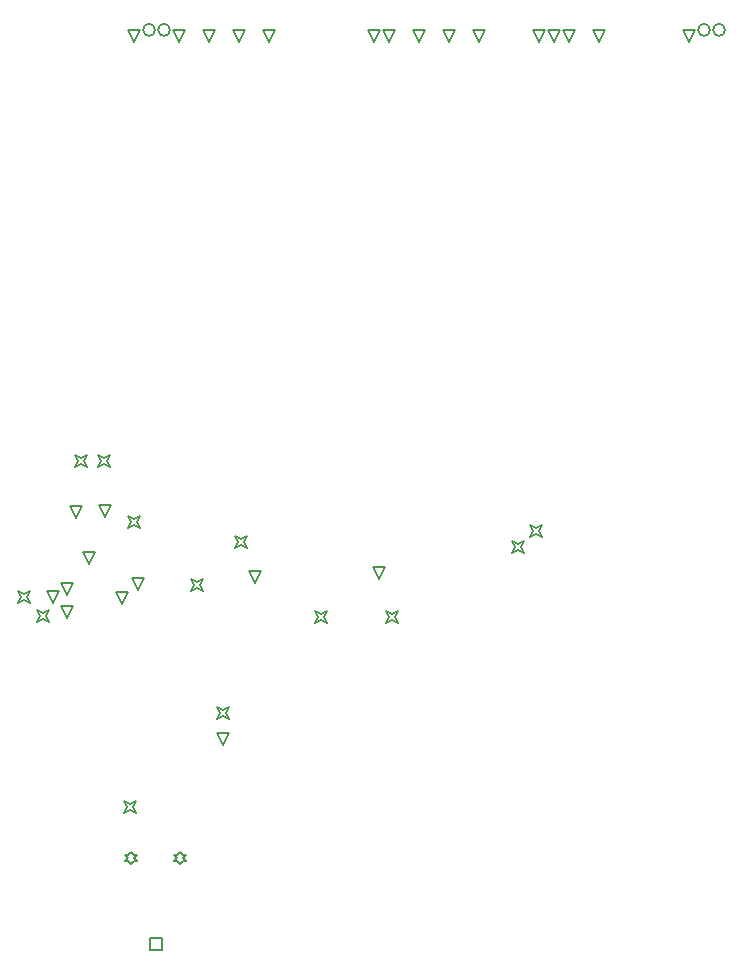
<source format=gbr>
%TF.GenerationSoftware,Altium Limited,Altium Designer,22.9.1 (49)*%
G04 Layer_Color=2752767*
%FSLAX45Y45*%
%MOMM*%
%TF.SameCoordinates,682DF52B-C038-4893-B781-CD12F227844D*%
%TF.FilePolarity,Positive*%
%TF.FileFunction,Drawing*%
%TF.Part,Single*%
G01*
G75*
%TA.AperFunction,NonConductor*%
%ADD78C,0.12700*%
%ADD79C,0.16933*%
D78*
X2449200Y1669200D02*
Y1770800D01*
X2550800D01*
Y1669200D01*
X2449200D01*
X2710000Y2399200D02*
X2735400Y2424600D01*
X2760800D01*
X2735400Y2450000D01*
X2760800Y2475400D01*
X2735400D01*
X2710000Y2500800D01*
X2684600Y2475400D01*
X2659200D01*
X2684600Y2450000D01*
X2659200Y2424600D01*
X2684600D01*
X2710000Y2399200D01*
X2290000D02*
X2315400Y2424600D01*
X2340800D01*
X2315400Y2450000D01*
X2340800Y2475400D01*
X2315400D01*
X2290000Y2500800D01*
X2264600Y2475400D01*
X2239200D01*
X2264600Y2450000D01*
X2239200Y2424600D01*
X2264600D01*
X2290000Y2399200D01*
X5519200Y5029200D02*
X5544600Y5080000D01*
X5519200Y5130800D01*
X5570000Y5105400D01*
X5620800Y5130800D01*
X5595400Y5080000D01*
X5620800Y5029200D01*
X5570000Y5054600D01*
X5519200Y5029200D01*
X5669200Y5169200D02*
X5694600Y5220000D01*
X5669200Y5270800D01*
X5720000Y5245400D01*
X5770800Y5270800D01*
X5745400Y5220000D01*
X5770800Y5169200D01*
X5720000Y5194600D01*
X5669200Y5169200D01*
X2009200Y5759200D02*
X2034600Y5810000D01*
X2009200Y5860800D01*
X2060000Y5835400D01*
X2110800Y5860800D01*
X2085400Y5810000D01*
X2110800Y5759200D01*
X2060000Y5784600D01*
X2009200Y5759200D01*
X1819200D02*
X1844600Y5810000D01*
X1819200Y5860800D01*
X1870000Y5835400D01*
X1920800Y5860800D01*
X1895400Y5810000D01*
X1920800Y5759200D01*
X1870000Y5784600D01*
X1819200Y5759200D01*
X2229200Y2829200D02*
X2254600Y2880000D01*
X2229200Y2930800D01*
X2280000Y2905400D01*
X2330800Y2930800D01*
X2305400Y2880000D01*
X2330800Y2829200D01*
X2280000Y2854600D01*
X2229200Y2829200D01*
X3019200Y3629200D02*
X3044600Y3680000D01*
X3019200Y3730800D01*
X3070000Y3705400D01*
X3120800Y3730800D01*
X3095400Y3680000D01*
X3120800Y3629200D01*
X3070000Y3654600D01*
X3019200Y3629200D01*
X2799200Y4709200D02*
X2824600Y4760000D01*
X2799200Y4810800D01*
X2850000Y4785400D01*
X2900800Y4810800D01*
X2875400Y4760000D01*
X2900800Y4709200D01*
X2850000Y4734600D01*
X2799200Y4709200D01*
X1499200Y4449200D02*
X1524600Y4500000D01*
X1499200Y4550800D01*
X1550000Y4525400D01*
X1600800Y4550800D01*
X1575400Y4500000D01*
X1600800Y4449200D01*
X1550000Y4474600D01*
X1499200Y4449200D01*
X1339200Y4609200D02*
X1364600Y4660000D01*
X1339200Y4710800D01*
X1390000Y4685400D01*
X1440800Y4710800D01*
X1415400Y4660000D01*
X1440800Y4609200D01*
X1390000Y4634600D01*
X1339200Y4609200D01*
X2269200Y5239200D02*
X2294600Y5290000D01*
X2269200Y5340800D01*
X2320000Y5315400D01*
X2370800Y5340800D01*
X2345400Y5290000D01*
X2370800Y5239200D01*
X2320000Y5264600D01*
X2269200Y5239200D01*
X4449200Y4439200D02*
X4474600Y4490000D01*
X4449200Y4540800D01*
X4500000Y4515400D01*
X4550800Y4540800D01*
X4525400Y4490000D01*
X4550800Y4439200D01*
X4500000Y4464600D01*
X4449200Y4439200D01*
X3169200Y5069200D02*
X3194600Y5120000D01*
X3169200Y5170800D01*
X3220000Y5145400D01*
X3270800Y5170800D01*
X3245400Y5120000D01*
X3270800Y5069200D01*
X3220000Y5094600D01*
X3169200Y5069200D01*
X3849200Y4439200D02*
X3874600Y4490000D01*
X3849200Y4540800D01*
X3900000Y4515400D01*
X3950800Y4540800D01*
X3925400Y4490000D01*
X3950800Y4439200D01*
X3900000Y4464600D01*
X3849200Y4439200D01*
X4393426Y4813733D02*
X4342626Y4915333D01*
X4444226D01*
X4393426Y4813733D01*
X3340000Y4779200D02*
X3289200Y4880800D01*
X3390800D01*
X3340000Y4779200D01*
X1940000Y4939200D02*
X1889200Y5040800D01*
X1990800D01*
X1940000Y4939200D01*
X1830000Y5329200D02*
X1779200Y5430800D01*
X1880800D01*
X1830000Y5329200D01*
X1630000Y4609200D02*
X1579200Y4710800D01*
X1680800D01*
X1630000Y4609200D01*
X2070000Y5339200D02*
X2019200Y5440800D01*
X2120800D01*
X2070000Y5339200D01*
X1750000Y4479200D02*
X1699200Y4580800D01*
X1800800D01*
X1750000Y4479200D01*
Y4679200D02*
X1699200Y4780800D01*
X1800800D01*
X1750000Y4679200D01*
X2220000Y4599200D02*
X2169200Y4700800D01*
X2270800D01*
X2220000Y4599200D01*
X7016700Y9359200D02*
X6965900Y9460800D01*
X7067500D01*
X7016700Y9359200D01*
X2698700D02*
X2647900Y9460800D01*
X2749500D01*
X2698700Y9359200D01*
X2350000Y4719200D02*
X2299200Y4820800D01*
X2400800D01*
X2350000Y4719200D01*
X3070000Y3409200D02*
X3019200Y3510800D01*
X3120800D01*
X3070000Y3409200D01*
X6254700Y9359200D02*
X6203900Y9460800D01*
X6305500D01*
X6254700Y9359200D01*
X6000700D02*
X5949900Y9460800D01*
X6051500D01*
X6000700Y9359200D01*
X5873700D02*
X5822900Y9460800D01*
X5924500D01*
X5873700Y9359200D01*
X5746700D02*
X5695900Y9460800D01*
X5797500D01*
X5746700Y9359200D01*
X5238700D02*
X5187900Y9460800D01*
X5289500D01*
X5238700Y9359200D01*
X4984700D02*
X4933900Y9460800D01*
X5035500D01*
X4984700Y9359200D01*
X4730700D02*
X4679900Y9460800D01*
X4781500D01*
X4730700Y9359200D01*
X4476700D02*
X4425900Y9460800D01*
X4527500D01*
X4476700Y9359200D01*
X4349700D02*
X4298900Y9460800D01*
X4400500D01*
X4349700Y9359200D01*
X3460700D02*
X3409900Y9460800D01*
X3511500D01*
X3460700Y9359200D01*
X3206700D02*
X3155900Y9460800D01*
X3257500D01*
X3206700Y9359200D01*
X2952700D02*
X2901900Y9460800D01*
X3003500D01*
X2952700Y9359200D01*
X2317700D02*
X2266900Y9460800D01*
X2368500D01*
X2317700Y9359200D01*
D79*
X2495500Y9460000D02*
G03*
X2495500Y9460000I-50800J0D01*
G01*
X2622500D02*
G03*
X2622500Y9460000I-50800J0D01*
G01*
X7321500D02*
G03*
X7321500Y9460000I-50800J0D01*
G01*
X7194500D02*
G03*
X7194500Y9460000I-50800J0D01*
G01*
%TF.MD5,da58458f024957b2eb80db1d08a61bc5*%
M02*

</source>
